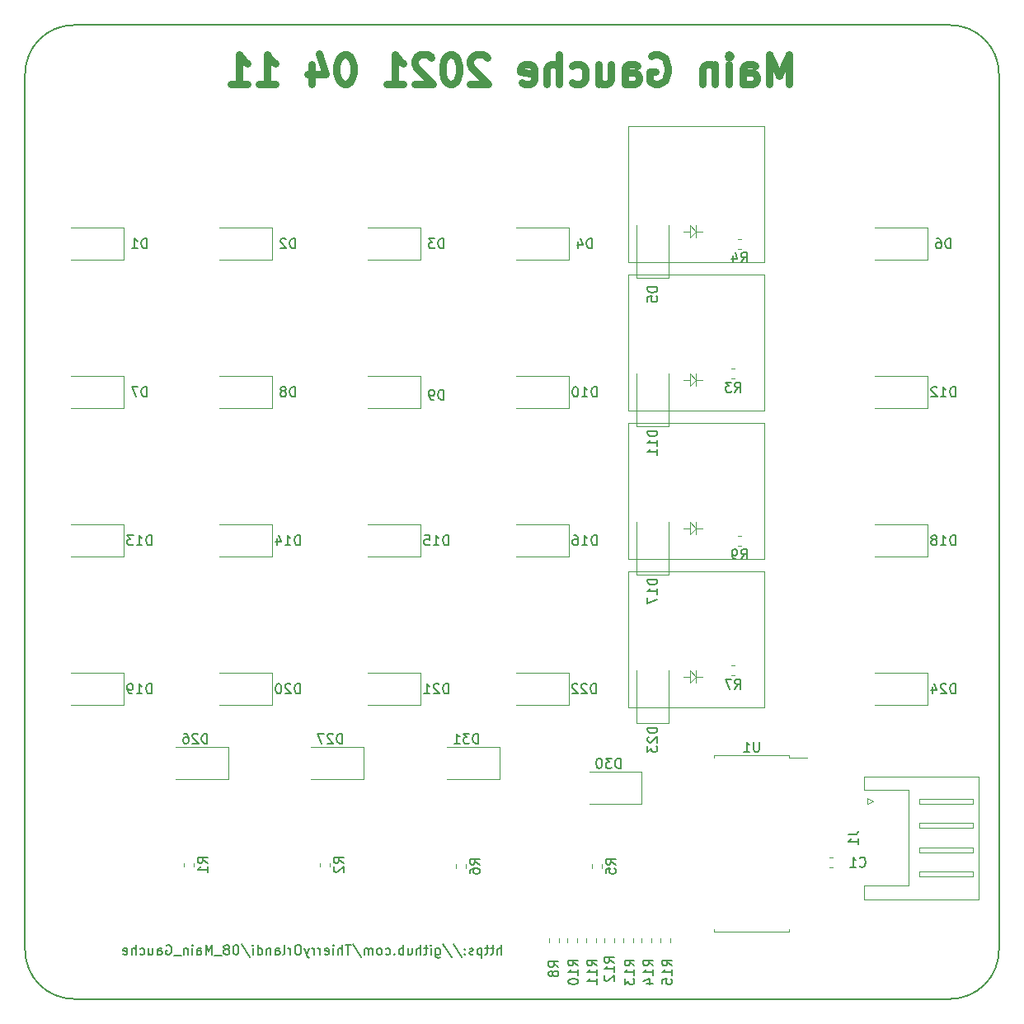
<source format=gbr>
%TF.GenerationSoftware,KiCad,Pcbnew,(5.1.6)-1*%
%TF.CreationDate,2021-04-12T23:45:43+02:00*%
%TF.ProjectId,08_Main_Gauche,30385f4d-6169-46e5-9f47-61756368652e,rev?*%
%TF.SameCoordinates,Original*%
%TF.FileFunction,Legend,Bot*%
%TF.FilePolarity,Positive*%
%FSLAX46Y46*%
G04 Gerber Fmt 4.6, Leading zero omitted, Abs format (unit mm)*
G04 Created by KiCad (PCBNEW (5.1.6)-1) date 2021-04-12 23:45:43*
%MOMM*%
%LPD*%
G01*
G04 APERTURE LIST*
%ADD10C,0.750000*%
%ADD11C,0.150000*%
%TA.AperFunction,Profile*%
%ADD12C,0.150000*%
%TD*%
%ADD13C,0.120000*%
G04 APERTURE END LIST*
D10*
X178431428Y-61047142D02*
X178431428Y-58047142D01*
X177431428Y-60190000D01*
X176431428Y-58047142D01*
X176431428Y-61047142D01*
X173717142Y-61047142D02*
X173717142Y-59475714D01*
X173860000Y-59190000D01*
X174145714Y-59047142D01*
X174717142Y-59047142D01*
X175002857Y-59190000D01*
X173717142Y-60904285D02*
X174002857Y-61047142D01*
X174717142Y-61047142D01*
X175002857Y-60904285D01*
X175145714Y-60618571D01*
X175145714Y-60332857D01*
X175002857Y-60047142D01*
X174717142Y-59904285D01*
X174002857Y-59904285D01*
X173717142Y-59761428D01*
X172288571Y-61047142D02*
X172288571Y-59047142D01*
X172288571Y-58047142D02*
X172431428Y-58190000D01*
X172288571Y-58332857D01*
X172145714Y-58190000D01*
X172288571Y-58047142D01*
X172288571Y-58332857D01*
X170860000Y-59047142D02*
X170860000Y-61047142D01*
X170860000Y-59332857D02*
X170717142Y-59190000D01*
X170431428Y-59047142D01*
X170002857Y-59047142D01*
X169717142Y-59190000D01*
X169574285Y-59475714D01*
X169574285Y-61047142D01*
X164288571Y-58190000D02*
X164574285Y-58047142D01*
X165002857Y-58047142D01*
X165431428Y-58190000D01*
X165717142Y-58475714D01*
X165860000Y-58761428D01*
X166002857Y-59332857D01*
X166002857Y-59761428D01*
X165860000Y-60332857D01*
X165717142Y-60618571D01*
X165431428Y-60904285D01*
X165002857Y-61047142D01*
X164717142Y-61047142D01*
X164288571Y-60904285D01*
X164145714Y-60761428D01*
X164145714Y-59761428D01*
X164717142Y-59761428D01*
X161574285Y-61047142D02*
X161574285Y-59475714D01*
X161717142Y-59190000D01*
X162002857Y-59047142D01*
X162574285Y-59047142D01*
X162860000Y-59190000D01*
X161574285Y-60904285D02*
X161860000Y-61047142D01*
X162574285Y-61047142D01*
X162860000Y-60904285D01*
X163002857Y-60618571D01*
X163002857Y-60332857D01*
X162860000Y-60047142D01*
X162574285Y-59904285D01*
X161860000Y-59904285D01*
X161574285Y-59761428D01*
X158860000Y-59047142D02*
X158860000Y-61047142D01*
X160145714Y-59047142D02*
X160145714Y-60618571D01*
X160002857Y-60904285D01*
X159717142Y-61047142D01*
X159288571Y-61047142D01*
X159002857Y-60904285D01*
X158860000Y-60761428D01*
X156145714Y-60904285D02*
X156431428Y-61047142D01*
X157002857Y-61047142D01*
X157288571Y-60904285D01*
X157431428Y-60761428D01*
X157574285Y-60475714D01*
X157574285Y-59618571D01*
X157431428Y-59332857D01*
X157288571Y-59190000D01*
X157002857Y-59047142D01*
X156431428Y-59047142D01*
X156145714Y-59190000D01*
X154860000Y-61047142D02*
X154860000Y-58047142D01*
X153574285Y-61047142D02*
X153574285Y-59475714D01*
X153717142Y-59190000D01*
X154002857Y-59047142D01*
X154431428Y-59047142D01*
X154717142Y-59190000D01*
X154860000Y-59332857D01*
X151002857Y-60904285D02*
X151288571Y-61047142D01*
X151860000Y-61047142D01*
X152145714Y-60904285D01*
X152288571Y-60618571D01*
X152288571Y-59475714D01*
X152145714Y-59190000D01*
X151860000Y-59047142D01*
X151288571Y-59047142D01*
X151002857Y-59190000D01*
X150860000Y-59475714D01*
X150860000Y-59761428D01*
X152288571Y-60047142D01*
X147431428Y-58332857D02*
X147288571Y-58190000D01*
X147002857Y-58047142D01*
X146288571Y-58047142D01*
X146002857Y-58190000D01*
X145860000Y-58332857D01*
X145717142Y-58618571D01*
X145717142Y-58904285D01*
X145860000Y-59332857D01*
X147574285Y-61047142D01*
X145717142Y-61047142D01*
X143860000Y-58047142D02*
X143574285Y-58047142D01*
X143288571Y-58190000D01*
X143145714Y-58332857D01*
X143002857Y-58618571D01*
X142860000Y-59190000D01*
X142860000Y-59904285D01*
X143002857Y-60475714D01*
X143145714Y-60761428D01*
X143288571Y-60904285D01*
X143574285Y-61047142D01*
X143860000Y-61047142D01*
X144145714Y-60904285D01*
X144288571Y-60761428D01*
X144431428Y-60475714D01*
X144574285Y-59904285D01*
X144574285Y-59190000D01*
X144431428Y-58618571D01*
X144288571Y-58332857D01*
X144145714Y-58190000D01*
X143860000Y-58047142D01*
X141717142Y-58332857D02*
X141574285Y-58190000D01*
X141288571Y-58047142D01*
X140574285Y-58047142D01*
X140288571Y-58190000D01*
X140145714Y-58332857D01*
X140002857Y-58618571D01*
X140002857Y-58904285D01*
X140145714Y-59332857D01*
X141860000Y-61047142D01*
X140002857Y-61047142D01*
X137145714Y-61047142D02*
X138860000Y-61047142D01*
X138002857Y-61047142D02*
X138002857Y-58047142D01*
X138288571Y-58475714D01*
X138574285Y-58761428D01*
X138860000Y-58904285D01*
X133002857Y-58047142D02*
X132717142Y-58047142D01*
X132431428Y-58190000D01*
X132288571Y-58332857D01*
X132145714Y-58618571D01*
X132002857Y-59190000D01*
X132002857Y-59904285D01*
X132145714Y-60475714D01*
X132288571Y-60761428D01*
X132431428Y-60904285D01*
X132717142Y-61047142D01*
X133002857Y-61047142D01*
X133288571Y-60904285D01*
X133431428Y-60761428D01*
X133574285Y-60475714D01*
X133717142Y-59904285D01*
X133717142Y-59190000D01*
X133574285Y-58618571D01*
X133431428Y-58332857D01*
X133288571Y-58190000D01*
X133002857Y-58047142D01*
X129431428Y-59047142D02*
X129431428Y-61047142D01*
X130145714Y-57904285D02*
X130860000Y-60047142D01*
X129002857Y-60047142D01*
X124002857Y-61047142D02*
X125717142Y-61047142D01*
X124860000Y-61047142D02*
X124860000Y-58047142D01*
X125145714Y-58475714D01*
X125431428Y-58761428D01*
X125717142Y-58904285D01*
X121145714Y-61047142D02*
X122860000Y-61047142D01*
X122002857Y-61047142D02*
X122002857Y-58047142D01*
X122288571Y-58475714D01*
X122574285Y-58761428D01*
X122860000Y-58904285D01*
D11*
X148928571Y-150452380D02*
X148928571Y-149452380D01*
X148500000Y-150452380D02*
X148500000Y-149928571D01*
X148547619Y-149833333D01*
X148642857Y-149785714D01*
X148785714Y-149785714D01*
X148880952Y-149833333D01*
X148928571Y-149880952D01*
X148166666Y-149785714D02*
X147785714Y-149785714D01*
X148023809Y-149452380D02*
X148023809Y-150309523D01*
X147976190Y-150404761D01*
X147880952Y-150452380D01*
X147785714Y-150452380D01*
X147595238Y-149785714D02*
X147214285Y-149785714D01*
X147452380Y-149452380D02*
X147452380Y-150309523D01*
X147404761Y-150404761D01*
X147309523Y-150452380D01*
X147214285Y-150452380D01*
X146880952Y-149785714D02*
X146880952Y-150785714D01*
X146880952Y-149833333D02*
X146785714Y-149785714D01*
X146595238Y-149785714D01*
X146500000Y-149833333D01*
X146452380Y-149880952D01*
X146404761Y-149976190D01*
X146404761Y-150261904D01*
X146452380Y-150357142D01*
X146500000Y-150404761D01*
X146595238Y-150452380D01*
X146785714Y-150452380D01*
X146880952Y-150404761D01*
X146023809Y-150404761D02*
X145928571Y-150452380D01*
X145738095Y-150452380D01*
X145642857Y-150404761D01*
X145595238Y-150309523D01*
X145595238Y-150261904D01*
X145642857Y-150166666D01*
X145738095Y-150119047D01*
X145880952Y-150119047D01*
X145976190Y-150071428D01*
X146023809Y-149976190D01*
X146023809Y-149928571D01*
X145976190Y-149833333D01*
X145880952Y-149785714D01*
X145738095Y-149785714D01*
X145642857Y-149833333D01*
X145166666Y-150357142D02*
X145119047Y-150404761D01*
X145166666Y-150452380D01*
X145214285Y-150404761D01*
X145166666Y-150357142D01*
X145166666Y-150452380D01*
X145166666Y-149833333D02*
X145119047Y-149880952D01*
X145166666Y-149928571D01*
X145214285Y-149880952D01*
X145166666Y-149833333D01*
X145166666Y-149928571D01*
X143976190Y-149404761D02*
X144833333Y-150690476D01*
X142928571Y-149404761D02*
X143785714Y-150690476D01*
X142166666Y-149785714D02*
X142166666Y-150595238D01*
X142214285Y-150690476D01*
X142261904Y-150738095D01*
X142357142Y-150785714D01*
X142500000Y-150785714D01*
X142595238Y-150738095D01*
X142166666Y-150404761D02*
X142261904Y-150452380D01*
X142452380Y-150452380D01*
X142547619Y-150404761D01*
X142595238Y-150357142D01*
X142642857Y-150261904D01*
X142642857Y-149976190D01*
X142595238Y-149880952D01*
X142547619Y-149833333D01*
X142452380Y-149785714D01*
X142261904Y-149785714D01*
X142166666Y-149833333D01*
X141690476Y-150452380D02*
X141690476Y-149785714D01*
X141690476Y-149452380D02*
X141738095Y-149500000D01*
X141690476Y-149547619D01*
X141642857Y-149500000D01*
X141690476Y-149452380D01*
X141690476Y-149547619D01*
X141357142Y-149785714D02*
X140976190Y-149785714D01*
X141214285Y-149452380D02*
X141214285Y-150309523D01*
X141166666Y-150404761D01*
X141071428Y-150452380D01*
X140976190Y-150452380D01*
X140642857Y-150452380D02*
X140642857Y-149452380D01*
X140214285Y-150452380D02*
X140214285Y-149928571D01*
X140261904Y-149833333D01*
X140357142Y-149785714D01*
X140500000Y-149785714D01*
X140595238Y-149833333D01*
X140642857Y-149880952D01*
X139309523Y-149785714D02*
X139309523Y-150452380D01*
X139738095Y-149785714D02*
X139738095Y-150309523D01*
X139690476Y-150404761D01*
X139595238Y-150452380D01*
X139452380Y-150452380D01*
X139357142Y-150404761D01*
X139309523Y-150357142D01*
X138833333Y-150452380D02*
X138833333Y-149452380D01*
X138833333Y-149833333D02*
X138738095Y-149785714D01*
X138547619Y-149785714D01*
X138452380Y-149833333D01*
X138404761Y-149880952D01*
X138357142Y-149976190D01*
X138357142Y-150261904D01*
X138404761Y-150357142D01*
X138452380Y-150404761D01*
X138547619Y-150452380D01*
X138738095Y-150452380D01*
X138833333Y-150404761D01*
X137928571Y-150357142D02*
X137880952Y-150404761D01*
X137928571Y-150452380D01*
X137976190Y-150404761D01*
X137928571Y-150357142D01*
X137928571Y-150452380D01*
X137023809Y-150404761D02*
X137119047Y-150452380D01*
X137309523Y-150452380D01*
X137404761Y-150404761D01*
X137452380Y-150357142D01*
X137500000Y-150261904D01*
X137500000Y-149976190D01*
X137452380Y-149880952D01*
X137404761Y-149833333D01*
X137309523Y-149785714D01*
X137119047Y-149785714D01*
X137023809Y-149833333D01*
X136452380Y-150452380D02*
X136547619Y-150404761D01*
X136595238Y-150357142D01*
X136642857Y-150261904D01*
X136642857Y-149976190D01*
X136595238Y-149880952D01*
X136547619Y-149833333D01*
X136452380Y-149785714D01*
X136309523Y-149785714D01*
X136214285Y-149833333D01*
X136166666Y-149880952D01*
X136119047Y-149976190D01*
X136119047Y-150261904D01*
X136166666Y-150357142D01*
X136214285Y-150404761D01*
X136309523Y-150452380D01*
X136452380Y-150452380D01*
X135690476Y-150452380D02*
X135690476Y-149785714D01*
X135690476Y-149880952D02*
X135642857Y-149833333D01*
X135547619Y-149785714D01*
X135404761Y-149785714D01*
X135309523Y-149833333D01*
X135261904Y-149928571D01*
X135261904Y-150452380D01*
X135261904Y-149928571D02*
X135214285Y-149833333D01*
X135119047Y-149785714D01*
X134976190Y-149785714D01*
X134880952Y-149833333D01*
X134833333Y-149928571D01*
X134833333Y-150452380D01*
X133642857Y-149404761D02*
X134500000Y-150690476D01*
X133452380Y-149452380D02*
X132880952Y-149452380D01*
X133166666Y-150452380D02*
X133166666Y-149452380D01*
X132547619Y-150452380D02*
X132547619Y-149452380D01*
X132119047Y-150452380D02*
X132119047Y-149928571D01*
X132166666Y-149833333D01*
X132261904Y-149785714D01*
X132404761Y-149785714D01*
X132500000Y-149833333D01*
X132547619Y-149880952D01*
X131642857Y-150452380D02*
X131642857Y-149785714D01*
X131642857Y-149452380D02*
X131690476Y-149500000D01*
X131642857Y-149547619D01*
X131595238Y-149500000D01*
X131642857Y-149452380D01*
X131642857Y-149547619D01*
X130785714Y-150404761D02*
X130880952Y-150452380D01*
X131071428Y-150452380D01*
X131166666Y-150404761D01*
X131214285Y-150309523D01*
X131214285Y-149928571D01*
X131166666Y-149833333D01*
X131071428Y-149785714D01*
X130880952Y-149785714D01*
X130785714Y-149833333D01*
X130738095Y-149928571D01*
X130738095Y-150023809D01*
X131214285Y-150119047D01*
X130309523Y-150452380D02*
X130309523Y-149785714D01*
X130309523Y-149976190D02*
X130261904Y-149880952D01*
X130214285Y-149833333D01*
X130119047Y-149785714D01*
X130023809Y-149785714D01*
X129690476Y-150452380D02*
X129690476Y-149785714D01*
X129690476Y-149976190D02*
X129642857Y-149880952D01*
X129595238Y-149833333D01*
X129500000Y-149785714D01*
X129404761Y-149785714D01*
X129166666Y-149785714D02*
X128928571Y-150452380D01*
X128690476Y-149785714D02*
X128928571Y-150452380D01*
X129023809Y-150690476D01*
X129071428Y-150738095D01*
X129166666Y-150785714D01*
X128119047Y-149452380D02*
X127928571Y-149452380D01*
X127833333Y-149500000D01*
X127738095Y-149595238D01*
X127690476Y-149785714D01*
X127690476Y-150119047D01*
X127738095Y-150309523D01*
X127833333Y-150404761D01*
X127928571Y-150452380D01*
X128119047Y-150452380D01*
X128214285Y-150404761D01*
X128309523Y-150309523D01*
X128357142Y-150119047D01*
X128357142Y-149785714D01*
X128309523Y-149595238D01*
X128214285Y-149500000D01*
X128119047Y-149452380D01*
X127261904Y-150452380D02*
X127261904Y-149785714D01*
X127261904Y-149976190D02*
X127214285Y-149880952D01*
X127166666Y-149833333D01*
X127071428Y-149785714D01*
X126976190Y-149785714D01*
X126500000Y-150452380D02*
X126595238Y-150404761D01*
X126642857Y-150309523D01*
X126642857Y-149452380D01*
X125690476Y-150452380D02*
X125690476Y-149928571D01*
X125738095Y-149833333D01*
X125833333Y-149785714D01*
X126023809Y-149785714D01*
X126119047Y-149833333D01*
X125690476Y-150404761D02*
X125785714Y-150452380D01*
X126023809Y-150452380D01*
X126119047Y-150404761D01*
X126166666Y-150309523D01*
X126166666Y-150214285D01*
X126119047Y-150119047D01*
X126023809Y-150071428D01*
X125785714Y-150071428D01*
X125690476Y-150023809D01*
X125214285Y-149785714D02*
X125214285Y-150452380D01*
X125214285Y-149880952D02*
X125166666Y-149833333D01*
X125071428Y-149785714D01*
X124928571Y-149785714D01*
X124833333Y-149833333D01*
X124785714Y-149928571D01*
X124785714Y-150452380D01*
X123880952Y-150452380D02*
X123880952Y-149452380D01*
X123880952Y-150404761D02*
X123976190Y-150452380D01*
X124166666Y-150452380D01*
X124261904Y-150404761D01*
X124309523Y-150357142D01*
X124357142Y-150261904D01*
X124357142Y-149976190D01*
X124309523Y-149880952D01*
X124261904Y-149833333D01*
X124166666Y-149785714D01*
X123976190Y-149785714D01*
X123880952Y-149833333D01*
X123404761Y-150452380D02*
X123404761Y-149785714D01*
X123404761Y-149452380D02*
X123452380Y-149500000D01*
X123404761Y-149547619D01*
X123357142Y-149500000D01*
X123404761Y-149452380D01*
X123404761Y-149547619D01*
X122214285Y-149404761D02*
X123071428Y-150690476D01*
X121690476Y-149452380D02*
X121595238Y-149452380D01*
X121500000Y-149500000D01*
X121452380Y-149547619D01*
X121404761Y-149642857D01*
X121357142Y-149833333D01*
X121357142Y-150071428D01*
X121404761Y-150261904D01*
X121452380Y-150357142D01*
X121500000Y-150404761D01*
X121595238Y-150452380D01*
X121690476Y-150452380D01*
X121785714Y-150404761D01*
X121833333Y-150357142D01*
X121880952Y-150261904D01*
X121928571Y-150071428D01*
X121928571Y-149833333D01*
X121880952Y-149642857D01*
X121833333Y-149547619D01*
X121785714Y-149500000D01*
X121690476Y-149452380D01*
X120785714Y-149880952D02*
X120880952Y-149833333D01*
X120928571Y-149785714D01*
X120976190Y-149690476D01*
X120976190Y-149642857D01*
X120928571Y-149547619D01*
X120880952Y-149500000D01*
X120785714Y-149452380D01*
X120595238Y-149452380D01*
X120500000Y-149500000D01*
X120452380Y-149547619D01*
X120404761Y-149642857D01*
X120404761Y-149690476D01*
X120452380Y-149785714D01*
X120500000Y-149833333D01*
X120595238Y-149880952D01*
X120785714Y-149880952D01*
X120880952Y-149928571D01*
X120928571Y-149976190D01*
X120976190Y-150071428D01*
X120976190Y-150261904D01*
X120928571Y-150357142D01*
X120880952Y-150404761D01*
X120785714Y-150452380D01*
X120595238Y-150452380D01*
X120500000Y-150404761D01*
X120452380Y-150357142D01*
X120404761Y-150261904D01*
X120404761Y-150071428D01*
X120452380Y-149976190D01*
X120500000Y-149928571D01*
X120595238Y-149880952D01*
X120214285Y-150547619D02*
X119452380Y-150547619D01*
X119214285Y-150452380D02*
X119214285Y-149452380D01*
X118880952Y-150166666D01*
X118547619Y-149452380D01*
X118547619Y-150452380D01*
X117642857Y-150452380D02*
X117642857Y-149928571D01*
X117690476Y-149833333D01*
X117785714Y-149785714D01*
X117976190Y-149785714D01*
X118071428Y-149833333D01*
X117642857Y-150404761D02*
X117738095Y-150452380D01*
X117976190Y-150452380D01*
X118071428Y-150404761D01*
X118119047Y-150309523D01*
X118119047Y-150214285D01*
X118071428Y-150119047D01*
X117976190Y-150071428D01*
X117738095Y-150071428D01*
X117642857Y-150023809D01*
X117166666Y-150452380D02*
X117166666Y-149785714D01*
X117166666Y-149452380D02*
X117214285Y-149500000D01*
X117166666Y-149547619D01*
X117119047Y-149500000D01*
X117166666Y-149452380D01*
X117166666Y-149547619D01*
X116690476Y-149785714D02*
X116690476Y-150452380D01*
X116690476Y-149880952D02*
X116642857Y-149833333D01*
X116547619Y-149785714D01*
X116404761Y-149785714D01*
X116309523Y-149833333D01*
X116261904Y-149928571D01*
X116261904Y-150452380D01*
X116023809Y-150547619D02*
X115261904Y-150547619D01*
X114500000Y-149500000D02*
X114595238Y-149452380D01*
X114738095Y-149452380D01*
X114880952Y-149500000D01*
X114976190Y-149595238D01*
X115023809Y-149690476D01*
X115071428Y-149880952D01*
X115071428Y-150023809D01*
X115023809Y-150214285D01*
X114976190Y-150309523D01*
X114880952Y-150404761D01*
X114738095Y-150452380D01*
X114642857Y-150452380D01*
X114500000Y-150404761D01*
X114452380Y-150357142D01*
X114452380Y-150023809D01*
X114642857Y-150023809D01*
X113595238Y-150452380D02*
X113595238Y-149928571D01*
X113642857Y-149833333D01*
X113738095Y-149785714D01*
X113928571Y-149785714D01*
X114023809Y-149833333D01*
X113595238Y-150404761D02*
X113690476Y-150452380D01*
X113928571Y-150452380D01*
X114023809Y-150404761D01*
X114071428Y-150309523D01*
X114071428Y-150214285D01*
X114023809Y-150119047D01*
X113928571Y-150071428D01*
X113690476Y-150071428D01*
X113595238Y-150023809D01*
X112690476Y-149785714D02*
X112690476Y-150452380D01*
X113119047Y-149785714D02*
X113119047Y-150309523D01*
X113071428Y-150404761D01*
X112976190Y-150452380D01*
X112833333Y-150452380D01*
X112738095Y-150404761D01*
X112690476Y-150357142D01*
X111785714Y-150404761D02*
X111880952Y-150452380D01*
X112071428Y-150452380D01*
X112166666Y-150404761D01*
X112214285Y-150357142D01*
X112261904Y-150261904D01*
X112261904Y-149976190D01*
X112214285Y-149880952D01*
X112166666Y-149833333D01*
X112071428Y-149785714D01*
X111880952Y-149785714D01*
X111785714Y-149833333D01*
X111357142Y-150452380D02*
X111357142Y-149452380D01*
X110928571Y-150452380D02*
X110928571Y-149928571D01*
X110976190Y-149833333D01*
X111071428Y-149785714D01*
X111214285Y-149785714D01*
X111309523Y-149833333D01*
X111357142Y-149880952D01*
X110071428Y-150404761D02*
X110166666Y-150452380D01*
X110357142Y-150452380D01*
X110452380Y-150404761D01*
X110500000Y-150309523D01*
X110500000Y-149928571D01*
X110452380Y-149833333D01*
X110357142Y-149785714D01*
X110166666Y-149785714D01*
X110071428Y-149833333D01*
X110023809Y-149928571D01*
X110023809Y-150023809D01*
X110500000Y-150119047D01*
D12*
X180000000Y-55000000D02*
X195000000Y-55000000D01*
X157000000Y-55000000D02*
X180000000Y-55000000D01*
X195000000Y-55000000D02*
G75*
G02*
X200000000Y-60000000I0J-5000000D01*
G01*
X200000000Y-150000000D02*
G75*
G02*
X195000000Y-155000000I-5000000J0D01*
G01*
X105000000Y-155000000D02*
G75*
G02*
X100000000Y-150000000I0J5000000D01*
G01*
X100000000Y-60000000D02*
G75*
G02*
X105000000Y-55000000I5000000J0D01*
G01*
X100000000Y-150000000D02*
X100000000Y-60000000D01*
X195000000Y-155000000D02*
X105000000Y-155000000D01*
X200000000Y-60000000D02*
X200000000Y-150000000D01*
X105000000Y-55000000D02*
X157000000Y-55000000D01*
D13*
%TO.C,C1*%
X182578733Y-140490000D02*
X182921267Y-140490000D01*
X182578733Y-141510000D02*
X182921267Y-141510000D01*
%TO.C,D1*%
X110080000Y-75820000D02*
X110080000Y-79120000D01*
X110080000Y-79120000D02*
X104680000Y-79120000D01*
X110080000Y-75820000D02*
X104680000Y-75820000D01*
%TO.C,D2*%
X125320000Y-75820000D02*
X125320000Y-79120000D01*
X125320000Y-79120000D02*
X119920000Y-79120000D01*
X125320000Y-75820000D02*
X119920000Y-75820000D01*
%TO.C,D3*%
X140560000Y-75820000D02*
X140560000Y-79120000D01*
X140560000Y-79120000D02*
X135160000Y-79120000D01*
X140560000Y-75820000D02*
X135160000Y-75820000D01*
%TO.C,D4*%
X155800000Y-75820000D02*
X155800000Y-79120000D01*
X155800000Y-79120000D02*
X150400000Y-79120000D01*
X155800000Y-75820000D02*
X150400000Y-75820000D01*
%TO.C,D5*%
X166115000Y-80965000D02*
X162815000Y-80965000D01*
X162815000Y-80965000D02*
X162815000Y-75565000D01*
X166115000Y-80965000D02*
X166115000Y-75565000D01*
%TO.C,D6*%
X192630000Y-75820000D02*
X192630000Y-79120000D01*
X192630000Y-79120000D02*
X187230000Y-79120000D01*
X192630000Y-75820000D02*
X187230000Y-75820000D01*
%TO.C,D7*%
X110080000Y-91060000D02*
X104680000Y-91060000D01*
X110080000Y-94360000D02*
X104680000Y-94360000D01*
X110080000Y-91060000D02*
X110080000Y-94360000D01*
%TO.C,D8*%
X125320000Y-91060000D02*
X119920000Y-91060000D01*
X125320000Y-94360000D02*
X119920000Y-94360000D01*
X125320000Y-91060000D02*
X125320000Y-94360000D01*
%TO.C,D9*%
X140560000Y-91060000D02*
X135160000Y-91060000D01*
X140560000Y-94360000D02*
X135160000Y-94360000D01*
X140560000Y-91060000D02*
X140560000Y-94360000D01*
%TO.C,D10*%
X155800000Y-91060000D02*
X150400000Y-91060000D01*
X155800000Y-94360000D02*
X150400000Y-94360000D01*
X155800000Y-91060000D02*
X155800000Y-94360000D01*
%TO.C,D11*%
X166115000Y-96205000D02*
X162815000Y-96205000D01*
X162815000Y-96205000D02*
X162815000Y-90805000D01*
X166115000Y-96205000D02*
X166115000Y-90805000D01*
%TO.C,D12*%
X192630000Y-91060000D02*
X187230000Y-91060000D01*
X192630000Y-94360000D02*
X187230000Y-94360000D01*
X192630000Y-91060000D02*
X192630000Y-94360000D01*
%TO.C,D13*%
X110080000Y-106300000D02*
X104680000Y-106300000D01*
X110080000Y-109600000D02*
X104680000Y-109600000D01*
X110080000Y-106300000D02*
X110080000Y-109600000D01*
%TO.C,D14*%
X125320000Y-106300000D02*
X125320000Y-109600000D01*
X125320000Y-109600000D02*
X119920000Y-109600000D01*
X125320000Y-106300000D02*
X119920000Y-106300000D01*
%TO.C,D15*%
X140560000Y-106300000D02*
X135160000Y-106300000D01*
X140560000Y-109600000D02*
X135160000Y-109600000D01*
X140560000Y-106300000D02*
X140560000Y-109600000D01*
%TO.C,D16*%
X155800000Y-106300000D02*
X150400000Y-106300000D01*
X155800000Y-109600000D02*
X150400000Y-109600000D01*
X155800000Y-106300000D02*
X155800000Y-109600000D01*
%TO.C,D17*%
X166115000Y-111445000D02*
X162815000Y-111445000D01*
X162815000Y-111445000D02*
X162815000Y-106045000D01*
X166115000Y-111445000D02*
X166115000Y-106045000D01*
%TO.C,D18*%
X192630000Y-106300000D02*
X187230000Y-106300000D01*
X192630000Y-109600000D02*
X187230000Y-109600000D01*
X192630000Y-106300000D02*
X192630000Y-109600000D01*
%TO.C,D24*%
X192630000Y-121540000D02*
X192630000Y-124840000D01*
X192630000Y-124840000D02*
X187230000Y-124840000D01*
X192630000Y-121540000D02*
X187230000Y-121540000D01*
%TO.C,D19*%
X110080000Y-121540000D02*
X110080000Y-124840000D01*
X110080000Y-124840000D02*
X104680000Y-124840000D01*
X110080000Y-121540000D02*
X104680000Y-121540000D01*
%TO.C,D20*%
X125320000Y-121540000D02*
X119920000Y-121540000D01*
X125320000Y-124840000D02*
X119920000Y-124840000D01*
X125320000Y-121540000D02*
X125320000Y-124840000D01*
%TO.C,D21*%
X140560000Y-121540000D02*
X135160000Y-121540000D01*
X140560000Y-124840000D02*
X135160000Y-124840000D01*
X140560000Y-121540000D02*
X140560000Y-124840000D01*
%TO.C,D22*%
X155800000Y-121540000D02*
X155800000Y-124840000D01*
X155800000Y-124840000D02*
X150400000Y-124840000D01*
X155800000Y-121540000D02*
X150400000Y-121540000D01*
%TO.C,D23*%
X166115000Y-126685000D02*
X166115000Y-121285000D01*
X162815000Y-126685000D02*
X162815000Y-121285000D01*
X166115000Y-126685000D02*
X162815000Y-126685000D01*
%TO.C,D26*%
X120875000Y-129160000D02*
X115475000Y-129160000D01*
X120875000Y-132460000D02*
X115475000Y-132460000D01*
X120875000Y-129160000D02*
X120875000Y-132460000D01*
%TO.C,D27*%
X134750000Y-129160000D02*
X134750000Y-132460000D01*
X134750000Y-132460000D02*
X129350000Y-132460000D01*
X134750000Y-129160000D02*
X129350000Y-129160000D01*
%TO.C,D30*%
X163325000Y-131700000D02*
X163325000Y-135000000D01*
X163325000Y-135000000D02*
X157925000Y-135000000D01*
X163325000Y-131700000D02*
X157925000Y-131700000D01*
%TO.C,D31*%
X148720000Y-129160000D02*
X143320000Y-129160000D01*
X148720000Y-132460000D02*
X143320000Y-132460000D01*
X148720000Y-129160000D02*
X148720000Y-132460000D01*
%TO.C,J1*%
X186495000Y-135000000D02*
X187095000Y-134700000D01*
X186495000Y-134400000D02*
X186495000Y-135000000D01*
X187095000Y-134700000D02*
X186495000Y-134400000D01*
X191795000Y-142450000D02*
X191795000Y-141950000D01*
X197295000Y-142450000D02*
X191795000Y-142450000D01*
X197295000Y-141950000D02*
X197295000Y-142450000D01*
X191795000Y-141950000D02*
X197295000Y-141950000D01*
X191795000Y-139950000D02*
X191795000Y-139450000D01*
X197295000Y-139950000D02*
X191795000Y-139950000D01*
X197295000Y-139450000D02*
X197295000Y-139950000D01*
X191795000Y-139450000D02*
X197295000Y-139450000D01*
X191795000Y-137450000D02*
X191795000Y-136950000D01*
X197295000Y-137450000D02*
X191795000Y-137450000D01*
X197295000Y-136950000D02*
X197295000Y-137450000D01*
X191795000Y-136950000D02*
X197295000Y-136950000D01*
X191795000Y-134950000D02*
X191795000Y-134450000D01*
X197295000Y-134950000D02*
X191795000Y-134950000D01*
X197295000Y-134450000D02*
X197295000Y-134950000D01*
X191795000Y-134450000D02*
X197295000Y-134450000D01*
X190685000Y-143340000D02*
X190685000Y-138450000D01*
X186185000Y-143340000D02*
X190685000Y-143340000D01*
X186185000Y-144760000D02*
X186185000Y-143340000D01*
X197905000Y-144760000D02*
X186185000Y-144760000D01*
X197905000Y-138450000D02*
X197905000Y-144760000D01*
X190685000Y-133560000D02*
X190685000Y-138450000D01*
X186185000Y-133560000D02*
X190685000Y-133560000D01*
X186185000Y-132140000D02*
X186185000Y-133560000D01*
X197905000Y-132140000D02*
X186185000Y-132140000D01*
X197905000Y-138450000D02*
X197905000Y-132140000D01*
%TO.C,R1*%
X117350000Y-141381267D02*
X117350000Y-141038733D01*
X116330000Y-141381267D02*
X116330000Y-141038733D01*
%TO.C,R2*%
X130300000Y-141381267D02*
X130300000Y-141038733D01*
X131320000Y-141381267D02*
X131320000Y-141038733D01*
%TO.C,R3*%
X172548733Y-90295000D02*
X172891267Y-90295000D01*
X172548733Y-91315000D02*
X172891267Y-91315000D01*
%TO.C,R4*%
X173183733Y-77980000D02*
X173526267Y-77980000D01*
X173183733Y-76960000D02*
X173526267Y-76960000D01*
%TO.C,R5*%
X159260000Y-141536267D02*
X159260000Y-141193733D01*
X158240000Y-141536267D02*
X158240000Y-141193733D01*
%TO.C,R6*%
X144270000Y-141536267D02*
X144270000Y-141193733D01*
X145290000Y-141536267D02*
X145290000Y-141193733D01*
%TO.C,R7*%
X172548733Y-120775000D02*
X172891267Y-120775000D01*
X172548733Y-121795000D02*
X172891267Y-121795000D01*
%TO.C,R8*%
X154815000Y-149156267D02*
X154815000Y-148813733D01*
X153795000Y-149156267D02*
X153795000Y-148813733D01*
%TO.C,R9*%
X173183733Y-107440000D02*
X173526267Y-107440000D01*
X173183733Y-108460000D02*
X173526267Y-108460000D01*
%TO.C,R10*%
X155700000Y-149156267D02*
X155700000Y-148813733D01*
X156720000Y-149156267D02*
X156720000Y-148813733D01*
%TO.C,R11*%
X158625000Y-149156267D02*
X158625000Y-148813733D01*
X157605000Y-149156267D02*
X157605000Y-148813733D01*
%TO.C,R12*%
X159510000Y-149156267D02*
X159510000Y-148813733D01*
X160530000Y-149156267D02*
X160530000Y-148813733D01*
%TO.C,R13*%
X162435000Y-149156267D02*
X162435000Y-148813733D01*
X161415000Y-149156267D02*
X161415000Y-148813733D01*
%TO.C,R14*%
X163320000Y-149156267D02*
X163320000Y-148813733D01*
X164340000Y-149156267D02*
X164340000Y-148813733D01*
%TO.C,R15*%
X166245000Y-149156267D02*
X166245000Y-148813733D01*
X165225000Y-149156267D02*
X165225000Y-148813733D01*
%TO.C,U1*%
X178485000Y-130250000D02*
X180300000Y-130250000D01*
X178485000Y-130005000D02*
X178485000Y-130250000D01*
X174625000Y-130005000D02*
X178485000Y-130005000D01*
X170765000Y-130005000D02*
X170765000Y-130250000D01*
X174625000Y-130005000D02*
X170765000Y-130005000D01*
X178485000Y-148125000D02*
X178485000Y-147880000D01*
X174625000Y-148125000D02*
X178485000Y-148125000D01*
X170765000Y-148125000D02*
X170765000Y-147880000D01*
X174625000Y-148125000D02*
X170765000Y-148125000D01*
%TO.C,SW5*%
X161925000Y-65405000D02*
X161925000Y-79375000D01*
X161925000Y-79375000D02*
X175895000Y-79375000D01*
X175895000Y-79375000D02*
X175895000Y-65405000D01*
X175895000Y-65405000D02*
X161925000Y-65405000D01*
X169545000Y-76200000D02*
X168910000Y-76200000D01*
X168910000Y-76200000D02*
X168910000Y-75565000D01*
X168910000Y-75565000D02*
X168910000Y-76835000D01*
X168910000Y-76835000D02*
X168910000Y-76200000D01*
X168910000Y-76200000D02*
X168275000Y-75565000D01*
X168275000Y-75565000D02*
X168275000Y-76835000D01*
X168275000Y-76835000D02*
X168910000Y-76200000D01*
X167640000Y-76200000D02*
X168275000Y-76200000D01*
%TO.C,SW11*%
X167640000Y-91440000D02*
X168275000Y-91440000D01*
X168275000Y-92075000D02*
X168910000Y-91440000D01*
X168275000Y-90805000D02*
X168275000Y-92075000D01*
X168910000Y-91440000D02*
X168275000Y-90805000D01*
X168910000Y-92075000D02*
X168910000Y-91440000D01*
X168910000Y-90805000D02*
X168910000Y-92075000D01*
X168910000Y-91440000D02*
X168910000Y-90805000D01*
X169545000Y-91440000D02*
X168910000Y-91440000D01*
X175895000Y-80645000D02*
X161925000Y-80645000D01*
X175895000Y-94615000D02*
X175895000Y-80645000D01*
X161925000Y-94615000D02*
X175895000Y-94615000D01*
X161925000Y-80645000D02*
X161925000Y-94615000D01*
%TO.C,SW17*%
X161925000Y-95885000D02*
X161925000Y-109855000D01*
X161925000Y-109855000D02*
X175895000Y-109855000D01*
X175895000Y-109855000D02*
X175895000Y-95885000D01*
X175895000Y-95885000D02*
X161925000Y-95885000D01*
X169545000Y-106680000D02*
X168910000Y-106680000D01*
X168910000Y-106680000D02*
X168910000Y-106045000D01*
X168910000Y-106045000D02*
X168910000Y-107315000D01*
X168910000Y-107315000D02*
X168910000Y-106680000D01*
X168910000Y-106680000D02*
X168275000Y-106045000D01*
X168275000Y-106045000D02*
X168275000Y-107315000D01*
X168275000Y-107315000D02*
X168910000Y-106680000D01*
X167640000Y-106680000D02*
X168275000Y-106680000D01*
%TO.C,SW23*%
X167640000Y-121920000D02*
X168275000Y-121920000D01*
X168275000Y-122555000D02*
X168910000Y-121920000D01*
X168275000Y-121285000D02*
X168275000Y-122555000D01*
X168910000Y-121920000D02*
X168275000Y-121285000D01*
X168910000Y-122555000D02*
X168910000Y-121920000D01*
X168910000Y-121285000D02*
X168910000Y-122555000D01*
X168910000Y-121920000D02*
X168910000Y-121285000D01*
X169545000Y-121920000D02*
X168910000Y-121920000D01*
X175895000Y-111125000D02*
X161925000Y-111125000D01*
X175895000Y-125095000D02*
X175895000Y-111125000D01*
X161925000Y-125095000D02*
X175895000Y-125095000D01*
X161925000Y-111125000D02*
X161925000Y-125095000D01*
%TD*%
%TO.C,C1*%
D11*
X185696666Y-141357142D02*
X185744285Y-141404761D01*
X185887142Y-141452380D01*
X185982380Y-141452380D01*
X186125238Y-141404761D01*
X186220476Y-141309523D01*
X186268095Y-141214285D01*
X186315714Y-141023809D01*
X186315714Y-140880952D01*
X186268095Y-140690476D01*
X186220476Y-140595238D01*
X186125238Y-140500000D01*
X185982380Y-140452380D01*
X185887142Y-140452380D01*
X185744285Y-140500000D01*
X185696666Y-140547619D01*
X184744285Y-141452380D02*
X185315714Y-141452380D01*
X185030000Y-141452380D02*
X185030000Y-140452380D01*
X185125238Y-140595238D01*
X185220476Y-140690476D01*
X185315714Y-140738095D01*
%TO.C,D1*%
X112498095Y-77922380D02*
X112498095Y-76922380D01*
X112260000Y-76922380D01*
X112117142Y-76970000D01*
X112021904Y-77065238D01*
X111974285Y-77160476D01*
X111926666Y-77350952D01*
X111926666Y-77493809D01*
X111974285Y-77684285D01*
X112021904Y-77779523D01*
X112117142Y-77874761D01*
X112260000Y-77922380D01*
X112498095Y-77922380D01*
X110974285Y-77922380D02*
X111545714Y-77922380D01*
X111260000Y-77922380D02*
X111260000Y-76922380D01*
X111355238Y-77065238D01*
X111450476Y-77160476D01*
X111545714Y-77208095D01*
%TO.C,D2*%
X127738095Y-77922380D02*
X127738095Y-76922380D01*
X127500000Y-76922380D01*
X127357142Y-76970000D01*
X127261904Y-77065238D01*
X127214285Y-77160476D01*
X127166666Y-77350952D01*
X127166666Y-77493809D01*
X127214285Y-77684285D01*
X127261904Y-77779523D01*
X127357142Y-77874761D01*
X127500000Y-77922380D01*
X127738095Y-77922380D01*
X126785714Y-77017619D02*
X126738095Y-76970000D01*
X126642857Y-76922380D01*
X126404761Y-76922380D01*
X126309523Y-76970000D01*
X126261904Y-77017619D01*
X126214285Y-77112857D01*
X126214285Y-77208095D01*
X126261904Y-77350952D01*
X126833333Y-77922380D01*
X126214285Y-77922380D01*
%TO.C,D3*%
X142978095Y-77922380D02*
X142978095Y-76922380D01*
X142740000Y-76922380D01*
X142597142Y-76970000D01*
X142501904Y-77065238D01*
X142454285Y-77160476D01*
X142406666Y-77350952D01*
X142406666Y-77493809D01*
X142454285Y-77684285D01*
X142501904Y-77779523D01*
X142597142Y-77874761D01*
X142740000Y-77922380D01*
X142978095Y-77922380D01*
X142073333Y-76922380D02*
X141454285Y-76922380D01*
X141787619Y-77303333D01*
X141644761Y-77303333D01*
X141549523Y-77350952D01*
X141501904Y-77398571D01*
X141454285Y-77493809D01*
X141454285Y-77731904D01*
X141501904Y-77827142D01*
X141549523Y-77874761D01*
X141644761Y-77922380D01*
X141930476Y-77922380D01*
X142025714Y-77874761D01*
X142073333Y-77827142D01*
%TO.C,D4*%
X158218095Y-77922380D02*
X158218095Y-76922380D01*
X157980000Y-76922380D01*
X157837142Y-76970000D01*
X157741904Y-77065238D01*
X157694285Y-77160476D01*
X157646666Y-77350952D01*
X157646666Y-77493809D01*
X157694285Y-77684285D01*
X157741904Y-77779523D01*
X157837142Y-77874761D01*
X157980000Y-77922380D01*
X158218095Y-77922380D01*
X156789523Y-77255714D02*
X156789523Y-77922380D01*
X157027619Y-76874761D02*
X157265714Y-77589047D01*
X156646666Y-77589047D01*
%TO.C,D5*%
X164917380Y-81906904D02*
X163917380Y-81906904D01*
X163917380Y-82145000D01*
X163965000Y-82287857D01*
X164060238Y-82383095D01*
X164155476Y-82430714D01*
X164345952Y-82478333D01*
X164488809Y-82478333D01*
X164679285Y-82430714D01*
X164774523Y-82383095D01*
X164869761Y-82287857D01*
X164917380Y-82145000D01*
X164917380Y-81906904D01*
X163917380Y-83383095D02*
X163917380Y-82906904D01*
X164393571Y-82859285D01*
X164345952Y-82906904D01*
X164298333Y-83002142D01*
X164298333Y-83240238D01*
X164345952Y-83335476D01*
X164393571Y-83383095D01*
X164488809Y-83430714D01*
X164726904Y-83430714D01*
X164822142Y-83383095D01*
X164869761Y-83335476D01*
X164917380Y-83240238D01*
X164917380Y-83002142D01*
X164869761Y-82906904D01*
X164822142Y-82859285D01*
%TO.C,D6*%
X195048095Y-77922380D02*
X195048095Y-76922380D01*
X194810000Y-76922380D01*
X194667142Y-76970000D01*
X194571904Y-77065238D01*
X194524285Y-77160476D01*
X194476666Y-77350952D01*
X194476666Y-77493809D01*
X194524285Y-77684285D01*
X194571904Y-77779523D01*
X194667142Y-77874761D01*
X194810000Y-77922380D01*
X195048095Y-77922380D01*
X193619523Y-76922380D02*
X193810000Y-76922380D01*
X193905238Y-76970000D01*
X193952857Y-77017619D01*
X194048095Y-77160476D01*
X194095714Y-77350952D01*
X194095714Y-77731904D01*
X194048095Y-77827142D01*
X194000476Y-77874761D01*
X193905238Y-77922380D01*
X193714761Y-77922380D01*
X193619523Y-77874761D01*
X193571904Y-77827142D01*
X193524285Y-77731904D01*
X193524285Y-77493809D01*
X193571904Y-77398571D01*
X193619523Y-77350952D01*
X193714761Y-77303333D01*
X193905238Y-77303333D01*
X194000476Y-77350952D01*
X194048095Y-77398571D01*
X194095714Y-77493809D01*
%TO.C,D7*%
X112498095Y-93162380D02*
X112498095Y-92162380D01*
X112260000Y-92162380D01*
X112117142Y-92210000D01*
X112021904Y-92305238D01*
X111974285Y-92400476D01*
X111926666Y-92590952D01*
X111926666Y-92733809D01*
X111974285Y-92924285D01*
X112021904Y-93019523D01*
X112117142Y-93114761D01*
X112260000Y-93162380D01*
X112498095Y-93162380D01*
X111593333Y-92162380D02*
X110926666Y-92162380D01*
X111355238Y-93162380D01*
%TO.C,D8*%
X127738095Y-93162380D02*
X127738095Y-92162380D01*
X127500000Y-92162380D01*
X127357142Y-92210000D01*
X127261904Y-92305238D01*
X127214285Y-92400476D01*
X127166666Y-92590952D01*
X127166666Y-92733809D01*
X127214285Y-92924285D01*
X127261904Y-93019523D01*
X127357142Y-93114761D01*
X127500000Y-93162380D01*
X127738095Y-93162380D01*
X126595238Y-92590952D02*
X126690476Y-92543333D01*
X126738095Y-92495714D01*
X126785714Y-92400476D01*
X126785714Y-92352857D01*
X126738095Y-92257619D01*
X126690476Y-92210000D01*
X126595238Y-92162380D01*
X126404761Y-92162380D01*
X126309523Y-92210000D01*
X126261904Y-92257619D01*
X126214285Y-92352857D01*
X126214285Y-92400476D01*
X126261904Y-92495714D01*
X126309523Y-92543333D01*
X126404761Y-92590952D01*
X126595238Y-92590952D01*
X126690476Y-92638571D01*
X126738095Y-92686190D01*
X126785714Y-92781428D01*
X126785714Y-92971904D01*
X126738095Y-93067142D01*
X126690476Y-93114761D01*
X126595238Y-93162380D01*
X126404761Y-93162380D01*
X126309523Y-93114761D01*
X126261904Y-93067142D01*
X126214285Y-92971904D01*
X126214285Y-92781428D01*
X126261904Y-92686190D01*
X126309523Y-92638571D01*
X126404761Y-92590952D01*
%TO.C,D9*%
X142978095Y-93452380D02*
X142978095Y-92452380D01*
X142740000Y-92452380D01*
X142597142Y-92500000D01*
X142501904Y-92595238D01*
X142454285Y-92690476D01*
X142406666Y-92880952D01*
X142406666Y-93023809D01*
X142454285Y-93214285D01*
X142501904Y-93309523D01*
X142597142Y-93404761D01*
X142740000Y-93452380D01*
X142978095Y-93452380D01*
X141930476Y-93452380D02*
X141740000Y-93452380D01*
X141644761Y-93404761D01*
X141597142Y-93357142D01*
X141501904Y-93214285D01*
X141454285Y-93023809D01*
X141454285Y-92642857D01*
X141501904Y-92547619D01*
X141549523Y-92500000D01*
X141644761Y-92452380D01*
X141835238Y-92452380D01*
X141930476Y-92500000D01*
X141978095Y-92547619D01*
X142025714Y-92642857D01*
X142025714Y-92880952D01*
X141978095Y-92976190D01*
X141930476Y-93023809D01*
X141835238Y-93071428D01*
X141644761Y-93071428D01*
X141549523Y-93023809D01*
X141501904Y-92976190D01*
X141454285Y-92880952D01*
%TO.C,D10*%
X158694285Y-93162380D02*
X158694285Y-92162380D01*
X158456190Y-92162380D01*
X158313333Y-92210000D01*
X158218095Y-92305238D01*
X158170476Y-92400476D01*
X158122857Y-92590952D01*
X158122857Y-92733809D01*
X158170476Y-92924285D01*
X158218095Y-93019523D01*
X158313333Y-93114761D01*
X158456190Y-93162380D01*
X158694285Y-93162380D01*
X157170476Y-93162380D02*
X157741904Y-93162380D01*
X157456190Y-93162380D02*
X157456190Y-92162380D01*
X157551428Y-92305238D01*
X157646666Y-92400476D01*
X157741904Y-92448095D01*
X156551428Y-92162380D02*
X156456190Y-92162380D01*
X156360952Y-92210000D01*
X156313333Y-92257619D01*
X156265714Y-92352857D01*
X156218095Y-92543333D01*
X156218095Y-92781428D01*
X156265714Y-92971904D01*
X156313333Y-93067142D01*
X156360952Y-93114761D01*
X156456190Y-93162380D01*
X156551428Y-93162380D01*
X156646666Y-93114761D01*
X156694285Y-93067142D01*
X156741904Y-92971904D01*
X156789523Y-92781428D01*
X156789523Y-92543333D01*
X156741904Y-92352857D01*
X156694285Y-92257619D01*
X156646666Y-92210000D01*
X156551428Y-92162380D01*
%TO.C,D11*%
X164917380Y-96670714D02*
X163917380Y-96670714D01*
X163917380Y-96908809D01*
X163965000Y-97051666D01*
X164060238Y-97146904D01*
X164155476Y-97194523D01*
X164345952Y-97242142D01*
X164488809Y-97242142D01*
X164679285Y-97194523D01*
X164774523Y-97146904D01*
X164869761Y-97051666D01*
X164917380Y-96908809D01*
X164917380Y-96670714D01*
X164917380Y-98194523D02*
X164917380Y-97623095D01*
X164917380Y-97908809D02*
X163917380Y-97908809D01*
X164060238Y-97813571D01*
X164155476Y-97718333D01*
X164203095Y-97623095D01*
X164917380Y-99146904D02*
X164917380Y-98575476D01*
X164917380Y-98861190D02*
X163917380Y-98861190D01*
X164060238Y-98765952D01*
X164155476Y-98670714D01*
X164203095Y-98575476D01*
%TO.C,D12*%
X195524285Y-93162380D02*
X195524285Y-92162380D01*
X195286190Y-92162380D01*
X195143333Y-92210000D01*
X195048095Y-92305238D01*
X195000476Y-92400476D01*
X194952857Y-92590952D01*
X194952857Y-92733809D01*
X195000476Y-92924285D01*
X195048095Y-93019523D01*
X195143333Y-93114761D01*
X195286190Y-93162380D01*
X195524285Y-93162380D01*
X194000476Y-93162380D02*
X194571904Y-93162380D01*
X194286190Y-93162380D02*
X194286190Y-92162380D01*
X194381428Y-92305238D01*
X194476666Y-92400476D01*
X194571904Y-92448095D01*
X193619523Y-92257619D02*
X193571904Y-92210000D01*
X193476666Y-92162380D01*
X193238571Y-92162380D01*
X193143333Y-92210000D01*
X193095714Y-92257619D01*
X193048095Y-92352857D01*
X193048095Y-92448095D01*
X193095714Y-92590952D01*
X193667142Y-93162380D01*
X193048095Y-93162380D01*
%TO.C,D13*%
X112974285Y-108402380D02*
X112974285Y-107402380D01*
X112736190Y-107402380D01*
X112593333Y-107450000D01*
X112498095Y-107545238D01*
X112450476Y-107640476D01*
X112402857Y-107830952D01*
X112402857Y-107973809D01*
X112450476Y-108164285D01*
X112498095Y-108259523D01*
X112593333Y-108354761D01*
X112736190Y-108402380D01*
X112974285Y-108402380D01*
X111450476Y-108402380D02*
X112021904Y-108402380D01*
X111736190Y-108402380D02*
X111736190Y-107402380D01*
X111831428Y-107545238D01*
X111926666Y-107640476D01*
X112021904Y-107688095D01*
X111117142Y-107402380D02*
X110498095Y-107402380D01*
X110831428Y-107783333D01*
X110688571Y-107783333D01*
X110593333Y-107830952D01*
X110545714Y-107878571D01*
X110498095Y-107973809D01*
X110498095Y-108211904D01*
X110545714Y-108307142D01*
X110593333Y-108354761D01*
X110688571Y-108402380D01*
X110974285Y-108402380D01*
X111069523Y-108354761D01*
X111117142Y-108307142D01*
%TO.C,D14*%
X128214285Y-108402380D02*
X128214285Y-107402380D01*
X127976190Y-107402380D01*
X127833333Y-107450000D01*
X127738095Y-107545238D01*
X127690476Y-107640476D01*
X127642857Y-107830952D01*
X127642857Y-107973809D01*
X127690476Y-108164285D01*
X127738095Y-108259523D01*
X127833333Y-108354761D01*
X127976190Y-108402380D01*
X128214285Y-108402380D01*
X126690476Y-108402380D02*
X127261904Y-108402380D01*
X126976190Y-108402380D02*
X126976190Y-107402380D01*
X127071428Y-107545238D01*
X127166666Y-107640476D01*
X127261904Y-107688095D01*
X125833333Y-107735714D02*
X125833333Y-108402380D01*
X126071428Y-107354761D02*
X126309523Y-108069047D01*
X125690476Y-108069047D01*
%TO.C,D15*%
X143454285Y-108402380D02*
X143454285Y-107402380D01*
X143216190Y-107402380D01*
X143073333Y-107450000D01*
X142978095Y-107545238D01*
X142930476Y-107640476D01*
X142882857Y-107830952D01*
X142882857Y-107973809D01*
X142930476Y-108164285D01*
X142978095Y-108259523D01*
X143073333Y-108354761D01*
X143216190Y-108402380D01*
X143454285Y-108402380D01*
X141930476Y-108402380D02*
X142501904Y-108402380D01*
X142216190Y-108402380D02*
X142216190Y-107402380D01*
X142311428Y-107545238D01*
X142406666Y-107640476D01*
X142501904Y-107688095D01*
X141025714Y-107402380D02*
X141501904Y-107402380D01*
X141549523Y-107878571D01*
X141501904Y-107830952D01*
X141406666Y-107783333D01*
X141168571Y-107783333D01*
X141073333Y-107830952D01*
X141025714Y-107878571D01*
X140978095Y-107973809D01*
X140978095Y-108211904D01*
X141025714Y-108307142D01*
X141073333Y-108354761D01*
X141168571Y-108402380D01*
X141406666Y-108402380D01*
X141501904Y-108354761D01*
X141549523Y-108307142D01*
%TO.C,D16*%
X158694285Y-108402380D02*
X158694285Y-107402380D01*
X158456190Y-107402380D01*
X158313333Y-107450000D01*
X158218095Y-107545238D01*
X158170476Y-107640476D01*
X158122857Y-107830952D01*
X158122857Y-107973809D01*
X158170476Y-108164285D01*
X158218095Y-108259523D01*
X158313333Y-108354761D01*
X158456190Y-108402380D01*
X158694285Y-108402380D01*
X157170476Y-108402380D02*
X157741904Y-108402380D01*
X157456190Y-108402380D02*
X157456190Y-107402380D01*
X157551428Y-107545238D01*
X157646666Y-107640476D01*
X157741904Y-107688095D01*
X156313333Y-107402380D02*
X156503809Y-107402380D01*
X156599047Y-107450000D01*
X156646666Y-107497619D01*
X156741904Y-107640476D01*
X156789523Y-107830952D01*
X156789523Y-108211904D01*
X156741904Y-108307142D01*
X156694285Y-108354761D01*
X156599047Y-108402380D01*
X156408571Y-108402380D01*
X156313333Y-108354761D01*
X156265714Y-108307142D01*
X156218095Y-108211904D01*
X156218095Y-107973809D01*
X156265714Y-107878571D01*
X156313333Y-107830952D01*
X156408571Y-107783333D01*
X156599047Y-107783333D01*
X156694285Y-107830952D01*
X156741904Y-107878571D01*
X156789523Y-107973809D01*
%TO.C,D17*%
X164917380Y-111910714D02*
X163917380Y-111910714D01*
X163917380Y-112148809D01*
X163965000Y-112291666D01*
X164060238Y-112386904D01*
X164155476Y-112434523D01*
X164345952Y-112482142D01*
X164488809Y-112482142D01*
X164679285Y-112434523D01*
X164774523Y-112386904D01*
X164869761Y-112291666D01*
X164917380Y-112148809D01*
X164917380Y-111910714D01*
X164917380Y-113434523D02*
X164917380Y-112863095D01*
X164917380Y-113148809D02*
X163917380Y-113148809D01*
X164060238Y-113053571D01*
X164155476Y-112958333D01*
X164203095Y-112863095D01*
X163917380Y-113767857D02*
X163917380Y-114434523D01*
X164917380Y-114005952D01*
%TO.C,D18*%
X195524285Y-108402380D02*
X195524285Y-107402380D01*
X195286190Y-107402380D01*
X195143333Y-107450000D01*
X195048095Y-107545238D01*
X195000476Y-107640476D01*
X194952857Y-107830952D01*
X194952857Y-107973809D01*
X195000476Y-108164285D01*
X195048095Y-108259523D01*
X195143333Y-108354761D01*
X195286190Y-108402380D01*
X195524285Y-108402380D01*
X194000476Y-108402380D02*
X194571904Y-108402380D01*
X194286190Y-108402380D02*
X194286190Y-107402380D01*
X194381428Y-107545238D01*
X194476666Y-107640476D01*
X194571904Y-107688095D01*
X193429047Y-107830952D02*
X193524285Y-107783333D01*
X193571904Y-107735714D01*
X193619523Y-107640476D01*
X193619523Y-107592857D01*
X193571904Y-107497619D01*
X193524285Y-107450000D01*
X193429047Y-107402380D01*
X193238571Y-107402380D01*
X193143333Y-107450000D01*
X193095714Y-107497619D01*
X193048095Y-107592857D01*
X193048095Y-107640476D01*
X193095714Y-107735714D01*
X193143333Y-107783333D01*
X193238571Y-107830952D01*
X193429047Y-107830952D01*
X193524285Y-107878571D01*
X193571904Y-107926190D01*
X193619523Y-108021428D01*
X193619523Y-108211904D01*
X193571904Y-108307142D01*
X193524285Y-108354761D01*
X193429047Y-108402380D01*
X193238571Y-108402380D01*
X193143333Y-108354761D01*
X193095714Y-108307142D01*
X193048095Y-108211904D01*
X193048095Y-108021428D01*
X193095714Y-107926190D01*
X193143333Y-107878571D01*
X193238571Y-107830952D01*
%TO.C,D24*%
X195524285Y-123642380D02*
X195524285Y-122642380D01*
X195286190Y-122642380D01*
X195143333Y-122690000D01*
X195048095Y-122785238D01*
X195000476Y-122880476D01*
X194952857Y-123070952D01*
X194952857Y-123213809D01*
X195000476Y-123404285D01*
X195048095Y-123499523D01*
X195143333Y-123594761D01*
X195286190Y-123642380D01*
X195524285Y-123642380D01*
X194571904Y-122737619D02*
X194524285Y-122690000D01*
X194429047Y-122642380D01*
X194190952Y-122642380D01*
X194095714Y-122690000D01*
X194048095Y-122737619D01*
X194000476Y-122832857D01*
X194000476Y-122928095D01*
X194048095Y-123070952D01*
X194619523Y-123642380D01*
X194000476Y-123642380D01*
X193143333Y-122975714D02*
X193143333Y-123642380D01*
X193381428Y-122594761D02*
X193619523Y-123309047D01*
X193000476Y-123309047D01*
%TO.C,D19*%
X112974285Y-123642380D02*
X112974285Y-122642380D01*
X112736190Y-122642380D01*
X112593333Y-122690000D01*
X112498095Y-122785238D01*
X112450476Y-122880476D01*
X112402857Y-123070952D01*
X112402857Y-123213809D01*
X112450476Y-123404285D01*
X112498095Y-123499523D01*
X112593333Y-123594761D01*
X112736190Y-123642380D01*
X112974285Y-123642380D01*
X111450476Y-123642380D02*
X112021904Y-123642380D01*
X111736190Y-123642380D02*
X111736190Y-122642380D01*
X111831428Y-122785238D01*
X111926666Y-122880476D01*
X112021904Y-122928095D01*
X110974285Y-123642380D02*
X110783809Y-123642380D01*
X110688571Y-123594761D01*
X110640952Y-123547142D01*
X110545714Y-123404285D01*
X110498095Y-123213809D01*
X110498095Y-122832857D01*
X110545714Y-122737619D01*
X110593333Y-122690000D01*
X110688571Y-122642380D01*
X110879047Y-122642380D01*
X110974285Y-122690000D01*
X111021904Y-122737619D01*
X111069523Y-122832857D01*
X111069523Y-123070952D01*
X111021904Y-123166190D01*
X110974285Y-123213809D01*
X110879047Y-123261428D01*
X110688571Y-123261428D01*
X110593333Y-123213809D01*
X110545714Y-123166190D01*
X110498095Y-123070952D01*
%TO.C,D20*%
X128214285Y-123642380D02*
X128214285Y-122642380D01*
X127976190Y-122642380D01*
X127833333Y-122690000D01*
X127738095Y-122785238D01*
X127690476Y-122880476D01*
X127642857Y-123070952D01*
X127642857Y-123213809D01*
X127690476Y-123404285D01*
X127738095Y-123499523D01*
X127833333Y-123594761D01*
X127976190Y-123642380D01*
X128214285Y-123642380D01*
X127261904Y-122737619D02*
X127214285Y-122690000D01*
X127119047Y-122642380D01*
X126880952Y-122642380D01*
X126785714Y-122690000D01*
X126738095Y-122737619D01*
X126690476Y-122832857D01*
X126690476Y-122928095D01*
X126738095Y-123070952D01*
X127309523Y-123642380D01*
X126690476Y-123642380D01*
X126071428Y-122642380D02*
X125976190Y-122642380D01*
X125880952Y-122690000D01*
X125833333Y-122737619D01*
X125785714Y-122832857D01*
X125738095Y-123023333D01*
X125738095Y-123261428D01*
X125785714Y-123451904D01*
X125833333Y-123547142D01*
X125880952Y-123594761D01*
X125976190Y-123642380D01*
X126071428Y-123642380D01*
X126166666Y-123594761D01*
X126214285Y-123547142D01*
X126261904Y-123451904D01*
X126309523Y-123261428D01*
X126309523Y-123023333D01*
X126261904Y-122832857D01*
X126214285Y-122737619D01*
X126166666Y-122690000D01*
X126071428Y-122642380D01*
%TO.C,D21*%
X143454285Y-123642380D02*
X143454285Y-122642380D01*
X143216190Y-122642380D01*
X143073333Y-122690000D01*
X142978095Y-122785238D01*
X142930476Y-122880476D01*
X142882857Y-123070952D01*
X142882857Y-123213809D01*
X142930476Y-123404285D01*
X142978095Y-123499523D01*
X143073333Y-123594761D01*
X143216190Y-123642380D01*
X143454285Y-123642380D01*
X142501904Y-122737619D02*
X142454285Y-122690000D01*
X142359047Y-122642380D01*
X142120952Y-122642380D01*
X142025714Y-122690000D01*
X141978095Y-122737619D01*
X141930476Y-122832857D01*
X141930476Y-122928095D01*
X141978095Y-123070952D01*
X142549523Y-123642380D01*
X141930476Y-123642380D01*
X140978095Y-123642380D02*
X141549523Y-123642380D01*
X141263809Y-123642380D02*
X141263809Y-122642380D01*
X141359047Y-122785238D01*
X141454285Y-122880476D01*
X141549523Y-122928095D01*
%TO.C,D22*%
X158614285Y-123642380D02*
X158614285Y-122642380D01*
X158376190Y-122642380D01*
X158233333Y-122690000D01*
X158138095Y-122785238D01*
X158090476Y-122880476D01*
X158042857Y-123070952D01*
X158042857Y-123213809D01*
X158090476Y-123404285D01*
X158138095Y-123499523D01*
X158233333Y-123594761D01*
X158376190Y-123642380D01*
X158614285Y-123642380D01*
X157661904Y-122737619D02*
X157614285Y-122690000D01*
X157519047Y-122642380D01*
X157280952Y-122642380D01*
X157185714Y-122690000D01*
X157138095Y-122737619D01*
X157090476Y-122832857D01*
X157090476Y-122928095D01*
X157138095Y-123070952D01*
X157709523Y-123642380D01*
X157090476Y-123642380D01*
X156709523Y-122737619D02*
X156661904Y-122690000D01*
X156566666Y-122642380D01*
X156328571Y-122642380D01*
X156233333Y-122690000D01*
X156185714Y-122737619D01*
X156138095Y-122832857D01*
X156138095Y-122928095D01*
X156185714Y-123070952D01*
X156757142Y-123642380D01*
X156138095Y-123642380D01*
%TO.C,D23*%
X164917380Y-127150714D02*
X163917380Y-127150714D01*
X163917380Y-127388809D01*
X163965000Y-127531666D01*
X164060238Y-127626904D01*
X164155476Y-127674523D01*
X164345952Y-127722142D01*
X164488809Y-127722142D01*
X164679285Y-127674523D01*
X164774523Y-127626904D01*
X164869761Y-127531666D01*
X164917380Y-127388809D01*
X164917380Y-127150714D01*
X164012619Y-128103095D02*
X163965000Y-128150714D01*
X163917380Y-128245952D01*
X163917380Y-128484047D01*
X163965000Y-128579285D01*
X164012619Y-128626904D01*
X164107857Y-128674523D01*
X164203095Y-128674523D01*
X164345952Y-128626904D01*
X164917380Y-128055476D01*
X164917380Y-128674523D01*
X163917380Y-129007857D02*
X163917380Y-129626904D01*
X164298333Y-129293571D01*
X164298333Y-129436428D01*
X164345952Y-129531666D01*
X164393571Y-129579285D01*
X164488809Y-129626904D01*
X164726904Y-129626904D01*
X164822142Y-129579285D01*
X164869761Y-129531666D01*
X164917380Y-129436428D01*
X164917380Y-129150714D01*
X164869761Y-129055476D01*
X164822142Y-129007857D01*
%TO.C,D26*%
X118689285Y-128762380D02*
X118689285Y-127762380D01*
X118451190Y-127762380D01*
X118308333Y-127810000D01*
X118213095Y-127905238D01*
X118165476Y-128000476D01*
X118117857Y-128190952D01*
X118117857Y-128333809D01*
X118165476Y-128524285D01*
X118213095Y-128619523D01*
X118308333Y-128714761D01*
X118451190Y-128762380D01*
X118689285Y-128762380D01*
X117736904Y-127857619D02*
X117689285Y-127810000D01*
X117594047Y-127762380D01*
X117355952Y-127762380D01*
X117260714Y-127810000D01*
X117213095Y-127857619D01*
X117165476Y-127952857D01*
X117165476Y-128048095D01*
X117213095Y-128190952D01*
X117784523Y-128762380D01*
X117165476Y-128762380D01*
X116308333Y-127762380D02*
X116498809Y-127762380D01*
X116594047Y-127810000D01*
X116641666Y-127857619D01*
X116736904Y-128000476D01*
X116784523Y-128190952D01*
X116784523Y-128571904D01*
X116736904Y-128667142D01*
X116689285Y-128714761D01*
X116594047Y-128762380D01*
X116403571Y-128762380D01*
X116308333Y-128714761D01*
X116260714Y-128667142D01*
X116213095Y-128571904D01*
X116213095Y-128333809D01*
X116260714Y-128238571D01*
X116308333Y-128190952D01*
X116403571Y-128143333D01*
X116594047Y-128143333D01*
X116689285Y-128190952D01*
X116736904Y-128238571D01*
X116784523Y-128333809D01*
%TO.C,D27*%
X132564285Y-128762380D02*
X132564285Y-127762380D01*
X132326190Y-127762380D01*
X132183333Y-127810000D01*
X132088095Y-127905238D01*
X132040476Y-128000476D01*
X131992857Y-128190952D01*
X131992857Y-128333809D01*
X132040476Y-128524285D01*
X132088095Y-128619523D01*
X132183333Y-128714761D01*
X132326190Y-128762380D01*
X132564285Y-128762380D01*
X131611904Y-127857619D02*
X131564285Y-127810000D01*
X131469047Y-127762380D01*
X131230952Y-127762380D01*
X131135714Y-127810000D01*
X131088095Y-127857619D01*
X131040476Y-127952857D01*
X131040476Y-128048095D01*
X131088095Y-128190952D01*
X131659523Y-128762380D01*
X131040476Y-128762380D01*
X130707142Y-127762380D02*
X130040476Y-127762380D01*
X130469047Y-128762380D01*
%TO.C,D30*%
X161139285Y-131302380D02*
X161139285Y-130302380D01*
X160901190Y-130302380D01*
X160758333Y-130350000D01*
X160663095Y-130445238D01*
X160615476Y-130540476D01*
X160567857Y-130730952D01*
X160567857Y-130873809D01*
X160615476Y-131064285D01*
X160663095Y-131159523D01*
X160758333Y-131254761D01*
X160901190Y-131302380D01*
X161139285Y-131302380D01*
X160234523Y-130302380D02*
X159615476Y-130302380D01*
X159948809Y-130683333D01*
X159805952Y-130683333D01*
X159710714Y-130730952D01*
X159663095Y-130778571D01*
X159615476Y-130873809D01*
X159615476Y-131111904D01*
X159663095Y-131207142D01*
X159710714Y-131254761D01*
X159805952Y-131302380D01*
X160091666Y-131302380D01*
X160186904Y-131254761D01*
X160234523Y-131207142D01*
X158996428Y-130302380D02*
X158901190Y-130302380D01*
X158805952Y-130350000D01*
X158758333Y-130397619D01*
X158710714Y-130492857D01*
X158663095Y-130683333D01*
X158663095Y-130921428D01*
X158710714Y-131111904D01*
X158758333Y-131207142D01*
X158805952Y-131254761D01*
X158901190Y-131302380D01*
X158996428Y-131302380D01*
X159091666Y-131254761D01*
X159139285Y-131207142D01*
X159186904Y-131111904D01*
X159234523Y-130921428D01*
X159234523Y-130683333D01*
X159186904Y-130492857D01*
X159139285Y-130397619D01*
X159091666Y-130350000D01*
X158996428Y-130302380D01*
%TO.C,D31*%
X146534285Y-128762380D02*
X146534285Y-127762380D01*
X146296190Y-127762380D01*
X146153333Y-127810000D01*
X146058095Y-127905238D01*
X146010476Y-128000476D01*
X145962857Y-128190952D01*
X145962857Y-128333809D01*
X146010476Y-128524285D01*
X146058095Y-128619523D01*
X146153333Y-128714761D01*
X146296190Y-128762380D01*
X146534285Y-128762380D01*
X145629523Y-127762380D02*
X145010476Y-127762380D01*
X145343809Y-128143333D01*
X145200952Y-128143333D01*
X145105714Y-128190952D01*
X145058095Y-128238571D01*
X145010476Y-128333809D01*
X145010476Y-128571904D01*
X145058095Y-128667142D01*
X145105714Y-128714761D01*
X145200952Y-128762380D01*
X145486666Y-128762380D01*
X145581904Y-128714761D01*
X145629523Y-128667142D01*
X144058095Y-128762380D02*
X144629523Y-128762380D01*
X144343809Y-128762380D02*
X144343809Y-127762380D01*
X144439047Y-127905238D01*
X144534285Y-128000476D01*
X144629523Y-128048095D01*
%TO.C,J1*%
X184547380Y-138116666D02*
X185261666Y-138116666D01*
X185404523Y-138069047D01*
X185499761Y-137973809D01*
X185547380Y-137830952D01*
X185547380Y-137735714D01*
X185547380Y-139116666D02*
X185547380Y-138545238D01*
X185547380Y-138830952D02*
X184547380Y-138830952D01*
X184690238Y-138735714D01*
X184785476Y-138640476D01*
X184833095Y-138545238D01*
%TO.C,R1*%
X118722380Y-141043333D02*
X118246190Y-140710000D01*
X118722380Y-140471904D02*
X117722380Y-140471904D01*
X117722380Y-140852857D01*
X117770000Y-140948095D01*
X117817619Y-140995714D01*
X117912857Y-141043333D01*
X118055714Y-141043333D01*
X118150952Y-140995714D01*
X118198571Y-140948095D01*
X118246190Y-140852857D01*
X118246190Y-140471904D01*
X118722380Y-141995714D02*
X118722380Y-141424285D01*
X118722380Y-141710000D02*
X117722380Y-141710000D01*
X117865238Y-141614761D01*
X117960476Y-141519523D01*
X118008095Y-141424285D01*
%TO.C,R2*%
X132692380Y-141043333D02*
X132216190Y-140710000D01*
X132692380Y-140471904D02*
X131692380Y-140471904D01*
X131692380Y-140852857D01*
X131740000Y-140948095D01*
X131787619Y-140995714D01*
X131882857Y-141043333D01*
X132025714Y-141043333D01*
X132120952Y-140995714D01*
X132168571Y-140948095D01*
X132216190Y-140852857D01*
X132216190Y-140471904D01*
X131787619Y-141424285D02*
X131740000Y-141471904D01*
X131692380Y-141567142D01*
X131692380Y-141805238D01*
X131740000Y-141900476D01*
X131787619Y-141948095D01*
X131882857Y-141995714D01*
X131978095Y-141995714D01*
X132120952Y-141948095D01*
X132692380Y-141376666D01*
X132692380Y-141995714D01*
%TO.C,R3*%
X172886666Y-92687380D02*
X173220000Y-92211190D01*
X173458095Y-92687380D02*
X173458095Y-91687380D01*
X173077142Y-91687380D01*
X172981904Y-91735000D01*
X172934285Y-91782619D01*
X172886666Y-91877857D01*
X172886666Y-92020714D01*
X172934285Y-92115952D01*
X172981904Y-92163571D01*
X173077142Y-92211190D01*
X173458095Y-92211190D01*
X172553333Y-91687380D02*
X171934285Y-91687380D01*
X172267619Y-92068333D01*
X172124761Y-92068333D01*
X172029523Y-92115952D01*
X171981904Y-92163571D01*
X171934285Y-92258809D01*
X171934285Y-92496904D01*
X171981904Y-92592142D01*
X172029523Y-92639761D01*
X172124761Y-92687380D01*
X172410476Y-92687380D01*
X172505714Y-92639761D01*
X172553333Y-92592142D01*
%TO.C,R4*%
X173521666Y-79352380D02*
X173855000Y-78876190D01*
X174093095Y-79352380D02*
X174093095Y-78352380D01*
X173712142Y-78352380D01*
X173616904Y-78400000D01*
X173569285Y-78447619D01*
X173521666Y-78542857D01*
X173521666Y-78685714D01*
X173569285Y-78780952D01*
X173616904Y-78828571D01*
X173712142Y-78876190D01*
X174093095Y-78876190D01*
X172664523Y-78685714D02*
X172664523Y-79352380D01*
X172902619Y-78304761D02*
X173140714Y-79019047D01*
X172521666Y-79019047D01*
%TO.C,R5*%
X160632380Y-141198333D02*
X160156190Y-140865000D01*
X160632380Y-140626904D02*
X159632380Y-140626904D01*
X159632380Y-141007857D01*
X159680000Y-141103095D01*
X159727619Y-141150714D01*
X159822857Y-141198333D01*
X159965714Y-141198333D01*
X160060952Y-141150714D01*
X160108571Y-141103095D01*
X160156190Y-141007857D01*
X160156190Y-140626904D01*
X159632380Y-142103095D02*
X159632380Y-141626904D01*
X160108571Y-141579285D01*
X160060952Y-141626904D01*
X160013333Y-141722142D01*
X160013333Y-141960238D01*
X160060952Y-142055476D01*
X160108571Y-142103095D01*
X160203809Y-142150714D01*
X160441904Y-142150714D01*
X160537142Y-142103095D01*
X160584761Y-142055476D01*
X160632380Y-141960238D01*
X160632380Y-141722142D01*
X160584761Y-141626904D01*
X160537142Y-141579285D01*
%TO.C,R6*%
X146662380Y-141198333D02*
X146186190Y-140865000D01*
X146662380Y-140626904D02*
X145662380Y-140626904D01*
X145662380Y-141007857D01*
X145710000Y-141103095D01*
X145757619Y-141150714D01*
X145852857Y-141198333D01*
X145995714Y-141198333D01*
X146090952Y-141150714D01*
X146138571Y-141103095D01*
X146186190Y-141007857D01*
X146186190Y-140626904D01*
X145662380Y-142055476D02*
X145662380Y-141865000D01*
X145710000Y-141769761D01*
X145757619Y-141722142D01*
X145900476Y-141626904D01*
X146090952Y-141579285D01*
X146471904Y-141579285D01*
X146567142Y-141626904D01*
X146614761Y-141674523D01*
X146662380Y-141769761D01*
X146662380Y-141960238D01*
X146614761Y-142055476D01*
X146567142Y-142103095D01*
X146471904Y-142150714D01*
X146233809Y-142150714D01*
X146138571Y-142103095D01*
X146090952Y-142055476D01*
X146043333Y-141960238D01*
X146043333Y-141769761D01*
X146090952Y-141674523D01*
X146138571Y-141626904D01*
X146233809Y-141579285D01*
%TO.C,R7*%
X172886666Y-123167380D02*
X173220000Y-122691190D01*
X173458095Y-123167380D02*
X173458095Y-122167380D01*
X173077142Y-122167380D01*
X172981904Y-122215000D01*
X172934285Y-122262619D01*
X172886666Y-122357857D01*
X172886666Y-122500714D01*
X172934285Y-122595952D01*
X172981904Y-122643571D01*
X173077142Y-122691190D01*
X173458095Y-122691190D01*
X172553333Y-122167380D02*
X171886666Y-122167380D01*
X172315238Y-123167380D01*
%TO.C,R8*%
X154757380Y-151753333D02*
X154281190Y-151420000D01*
X154757380Y-151181904D02*
X153757380Y-151181904D01*
X153757380Y-151562857D01*
X153805000Y-151658095D01*
X153852619Y-151705714D01*
X153947857Y-151753333D01*
X154090714Y-151753333D01*
X154185952Y-151705714D01*
X154233571Y-151658095D01*
X154281190Y-151562857D01*
X154281190Y-151181904D01*
X154185952Y-152324761D02*
X154138333Y-152229523D01*
X154090714Y-152181904D01*
X153995476Y-152134285D01*
X153947857Y-152134285D01*
X153852619Y-152181904D01*
X153805000Y-152229523D01*
X153757380Y-152324761D01*
X153757380Y-152515238D01*
X153805000Y-152610476D01*
X153852619Y-152658095D01*
X153947857Y-152705714D01*
X153995476Y-152705714D01*
X154090714Y-152658095D01*
X154138333Y-152610476D01*
X154185952Y-152515238D01*
X154185952Y-152324761D01*
X154233571Y-152229523D01*
X154281190Y-152181904D01*
X154376428Y-152134285D01*
X154566904Y-152134285D01*
X154662142Y-152181904D01*
X154709761Y-152229523D01*
X154757380Y-152324761D01*
X154757380Y-152515238D01*
X154709761Y-152610476D01*
X154662142Y-152658095D01*
X154566904Y-152705714D01*
X154376428Y-152705714D01*
X154281190Y-152658095D01*
X154233571Y-152610476D01*
X154185952Y-152515238D01*
%TO.C,R9*%
X173521666Y-109832380D02*
X173855000Y-109356190D01*
X174093095Y-109832380D02*
X174093095Y-108832380D01*
X173712142Y-108832380D01*
X173616904Y-108880000D01*
X173569285Y-108927619D01*
X173521666Y-109022857D01*
X173521666Y-109165714D01*
X173569285Y-109260952D01*
X173616904Y-109308571D01*
X173712142Y-109356190D01*
X174093095Y-109356190D01*
X173045476Y-109832380D02*
X172855000Y-109832380D01*
X172759761Y-109784761D01*
X172712142Y-109737142D01*
X172616904Y-109594285D01*
X172569285Y-109403809D01*
X172569285Y-109022857D01*
X172616904Y-108927619D01*
X172664523Y-108880000D01*
X172759761Y-108832380D01*
X172950238Y-108832380D01*
X173045476Y-108880000D01*
X173093095Y-108927619D01*
X173140714Y-109022857D01*
X173140714Y-109260952D01*
X173093095Y-109356190D01*
X173045476Y-109403809D01*
X172950238Y-109451428D01*
X172759761Y-109451428D01*
X172664523Y-109403809D01*
X172616904Y-109356190D01*
X172569285Y-109260952D01*
%TO.C,R10*%
X156781381Y-151597143D02*
X156305191Y-151263810D01*
X156781381Y-151025715D02*
X155781381Y-151025715D01*
X155781381Y-151406667D01*
X155829001Y-151501905D01*
X155876620Y-151549524D01*
X155971858Y-151597143D01*
X156114715Y-151597143D01*
X156209953Y-151549524D01*
X156257572Y-151501905D01*
X156305191Y-151406667D01*
X156305191Y-151025715D01*
X156781381Y-152549524D02*
X156781381Y-151978096D01*
X156781381Y-152263810D02*
X155781381Y-152263810D01*
X155924239Y-152168572D01*
X156019477Y-152073334D01*
X156067096Y-151978096D01*
X155781381Y-153168572D02*
X155781381Y-153263810D01*
X155829001Y-153359048D01*
X155876620Y-153406667D01*
X155971858Y-153454286D01*
X156162334Y-153501905D01*
X156400429Y-153501905D01*
X156590905Y-153454286D01*
X156686143Y-153406667D01*
X156733762Y-153359048D01*
X156781381Y-153263810D01*
X156781381Y-153168572D01*
X156733762Y-153073334D01*
X156686143Y-153025715D01*
X156590905Y-152978096D01*
X156400429Y-152930477D01*
X156162334Y-152930477D01*
X155971858Y-152978096D01*
X155876620Y-153025715D01*
X155829001Y-153073334D01*
X155781381Y-153168572D01*
%TO.C,R11*%
X158716381Y-151597143D02*
X158240191Y-151263810D01*
X158716381Y-151025715D02*
X157716381Y-151025715D01*
X157716381Y-151406667D01*
X157764001Y-151501905D01*
X157811620Y-151549524D01*
X157906858Y-151597143D01*
X158049715Y-151597143D01*
X158144953Y-151549524D01*
X158192572Y-151501905D01*
X158240191Y-151406667D01*
X158240191Y-151025715D01*
X158716381Y-152549524D02*
X158716381Y-151978096D01*
X158716381Y-152263810D02*
X157716381Y-152263810D01*
X157859239Y-152168572D01*
X157954477Y-152073334D01*
X158002096Y-151978096D01*
X158716381Y-153501905D02*
X158716381Y-152930477D01*
X158716381Y-153216191D02*
X157716381Y-153216191D01*
X157859239Y-153120953D01*
X157954477Y-153025715D01*
X158002096Y-152930477D01*
%TO.C,R12*%
X160472380Y-151277142D02*
X159996190Y-150943809D01*
X160472380Y-150705714D02*
X159472380Y-150705714D01*
X159472380Y-151086666D01*
X159520000Y-151181904D01*
X159567619Y-151229523D01*
X159662857Y-151277142D01*
X159805714Y-151277142D01*
X159900952Y-151229523D01*
X159948571Y-151181904D01*
X159996190Y-151086666D01*
X159996190Y-150705714D01*
X160472380Y-152229523D02*
X160472380Y-151658095D01*
X160472380Y-151943809D02*
X159472380Y-151943809D01*
X159615238Y-151848571D01*
X159710476Y-151753333D01*
X159758095Y-151658095D01*
X159567619Y-152610476D02*
X159520000Y-152658095D01*
X159472380Y-152753333D01*
X159472380Y-152991428D01*
X159520000Y-153086666D01*
X159567619Y-153134285D01*
X159662857Y-153181904D01*
X159758095Y-153181904D01*
X159900952Y-153134285D01*
X160472380Y-152562857D01*
X160472380Y-153181904D01*
%TO.C,R13*%
X162556381Y-151597143D02*
X162080191Y-151263810D01*
X162556381Y-151025715D02*
X161556381Y-151025715D01*
X161556381Y-151406667D01*
X161604001Y-151501905D01*
X161651620Y-151549524D01*
X161746858Y-151597143D01*
X161889715Y-151597143D01*
X161984953Y-151549524D01*
X162032572Y-151501905D01*
X162080191Y-151406667D01*
X162080191Y-151025715D01*
X162556381Y-152549524D02*
X162556381Y-151978096D01*
X162556381Y-152263810D02*
X161556381Y-152263810D01*
X161699239Y-152168572D01*
X161794477Y-152073334D01*
X161842096Y-151978096D01*
X161556381Y-152882858D02*
X161556381Y-153501905D01*
X161937334Y-153168572D01*
X161937334Y-153311429D01*
X161984953Y-153406667D01*
X162032572Y-153454286D01*
X162127810Y-153501905D01*
X162365905Y-153501905D01*
X162461143Y-153454286D01*
X162508762Y-153406667D01*
X162556381Y-153311429D01*
X162556381Y-153025715D01*
X162508762Y-152930477D01*
X162461143Y-152882858D01*
%TO.C,R14*%
X164491381Y-151597143D02*
X164015191Y-151263810D01*
X164491381Y-151025715D02*
X163491381Y-151025715D01*
X163491381Y-151406667D01*
X163539001Y-151501905D01*
X163586620Y-151549524D01*
X163681858Y-151597143D01*
X163824715Y-151597143D01*
X163919953Y-151549524D01*
X163967572Y-151501905D01*
X164015191Y-151406667D01*
X164015191Y-151025715D01*
X164491381Y-152549524D02*
X164491381Y-151978096D01*
X164491381Y-152263810D02*
X163491381Y-152263810D01*
X163634239Y-152168572D01*
X163729477Y-152073334D01*
X163777096Y-151978096D01*
X163824715Y-153406667D02*
X164491381Y-153406667D01*
X163443762Y-153168572D02*
X164158048Y-152930477D01*
X164158048Y-153549524D01*
%TO.C,R15*%
X166426381Y-151597143D02*
X165950191Y-151263810D01*
X166426381Y-151025715D02*
X165426381Y-151025715D01*
X165426381Y-151406667D01*
X165474001Y-151501905D01*
X165521620Y-151549524D01*
X165616858Y-151597143D01*
X165759715Y-151597143D01*
X165854953Y-151549524D01*
X165902572Y-151501905D01*
X165950191Y-151406667D01*
X165950191Y-151025715D01*
X166426381Y-152549524D02*
X166426381Y-151978096D01*
X166426381Y-152263810D02*
X165426381Y-152263810D01*
X165569239Y-152168572D01*
X165664477Y-152073334D01*
X165712096Y-151978096D01*
X165426381Y-153454286D02*
X165426381Y-152978096D01*
X165902572Y-152930477D01*
X165854953Y-152978096D01*
X165807334Y-153073334D01*
X165807334Y-153311429D01*
X165854953Y-153406667D01*
X165902572Y-153454286D01*
X165997810Y-153501905D01*
X166235905Y-153501905D01*
X166331143Y-153454286D01*
X166378762Y-153406667D01*
X166426381Y-153311429D01*
X166426381Y-153073334D01*
X166378762Y-152978096D01*
X166331143Y-152930477D01*
%TO.C,U1*%
X175386904Y-128617380D02*
X175386904Y-129426904D01*
X175339285Y-129522142D01*
X175291666Y-129569761D01*
X175196428Y-129617380D01*
X175005952Y-129617380D01*
X174910714Y-129569761D01*
X174863095Y-129522142D01*
X174815476Y-129426904D01*
X174815476Y-128617380D01*
X173815476Y-129617380D02*
X174386904Y-129617380D01*
X174101190Y-129617380D02*
X174101190Y-128617380D01*
X174196428Y-128760238D01*
X174291666Y-128855476D01*
X174386904Y-128903095D01*
%TD*%
M02*

</source>
